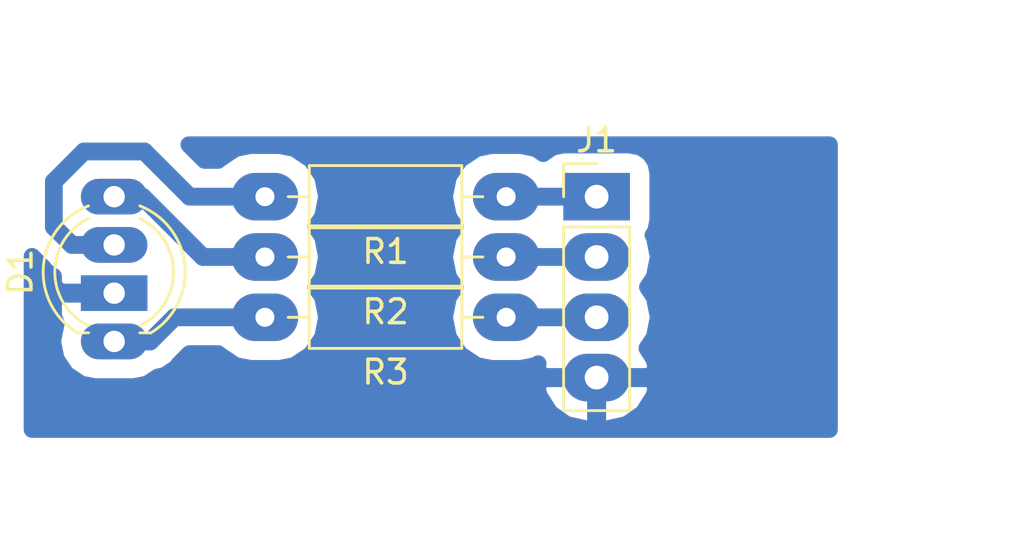
<source format=kicad_pcb>
(kicad_pcb (version 20171130) (host pcbnew 5.0.2+dfsg1-1)

  (general
    (thickness 1.6)
    (drawings 7)
    (tracks 17)
    (zones 0)
    (modules 5)
    (nets 8)
  )

  (page A4)
  (layers
    (0 F.Cu signal)
    (31 B.Cu signal)
    (32 B.Adhes user)
    (33 F.Adhes user)
    (34 B.Paste user)
    (35 F.Paste user)
    (36 B.SilkS user)
    (37 F.SilkS user)
    (38 B.Mask user)
    (39 F.Mask user)
    (40 Dwgs.User user)
    (41 Cmts.User user)
    (42 Eco1.User user)
    (43 Eco2.User user)
    (44 Edge.Cuts user)
    (45 Margin user)
    (46 B.CrtYd user)
    (47 F.CrtYd user)
    (48 B.Fab user)
    (49 F.Fab user)
  )

  (setup
    (last_trace_width 0.75)
    (trace_clearance 0.2)
    (zone_clearance 0.8)
    (zone_45_only no)
    (trace_min 0.2)
    (segment_width 0.2)
    (edge_width 0.15)
    (via_size 0.6)
    (via_drill 0.4)
    (via_min_size 0.4)
    (via_min_drill 0.3)
    (uvia_size 0.3)
    (uvia_drill 0.1)
    (uvias_allowed no)
    (uvia_min_size 0.2)
    (uvia_min_drill 0.1)
    (pcb_text_width 0.3)
    (pcb_text_size 1.5 1.5)
    (mod_edge_width 0.15)
    (mod_text_size 1 1)
    (mod_text_width 0.15)
    (pad_size 2.8 2)
    (pad_drill 0.8)
    (pad_to_mask_clearance 0.2)
    (solder_mask_min_width 0.25)
    (aux_axis_origin 19.05 31.75)
    (grid_origin 19.05 31.75)
    (visible_elements FFFFFF7F)
    (pcbplotparams
      (layerselection 0x00008_fffffffe)
      (usegerberextensions false)
      (usegerberattributes false)
      (usegerberadvancedattributes false)
      (creategerberjobfile false)
      (excludeedgelayer true)
      (linewidth 0.100000)
      (plotframeref false)
      (viasonmask false)
      (mode 1)
      (useauxorigin true)
      (hpglpennumber 1)
      (hpglpenspeed 20)
      (hpglpendiameter 15.000000)
      (psnegative false)
      (psa4output false)
      (plotreference false)
      (plotvalue false)
      (plotinvisibletext false)
      (padsonsilk false)
      (subtractmaskfromsilk false)
      (outputformat 1)
      (mirror false)
      (drillshape 0)
      (scaleselection 1)
      (outputdirectory ""))
  )

  (net 0 "")
  (net 1 "Net-(D1-Pad1)")
  (net 2 "Net-(D1-Pad2)")
  (net 3 "Net-(D1-Pad3)")
  (net 4 "Net-(D1-Pad4)")
  (net 5 "Net-(J1-Pad2)")
  (net 6 "Net-(J1-Pad1)")
  (net 7 "Net-(J1-Pad3)")

  (net_class Default "Dies ist die voreingestellte Netzklasse."
    (clearance 0.2)
    (trace_width 0.75)
    (via_dia 0.6)
    (via_drill 0.4)
    (uvia_dia 0.3)
    (uvia_drill 0.1)
    (add_net "Net-(D1-Pad1)")
    (add_net "Net-(D1-Pad2)")
    (add_net "Net-(D1-Pad3)")
    (add_net "Net-(D1-Pad4)")
    (add_net "Net-(J1-Pad1)")
    (add_net "Net-(J1-Pad2)")
    (add_net "Net-(J1-Pad3)")
  )

  (module Resistors_THT:R_Axial_DIN0207_L6.3mm_D2.5mm_P10.16mm_Horizontal (layer F.Cu) (tedit 58D0F23E) (tstamp 58B817DA)
    (at 39.37 24.13 180)
    (descr "Resistor, Axial_DIN0207 series, Axial, Horizontal, pin pitch=10.16mm, 0.25W = 1/4W, length*diameter=6.3*2.5mm^2, http://cdn-reichelt.de/documents/datenblatt/B400/1_4W%23YAG.pdf")
    (tags "Resistor Axial_DIN0207 series Axial Horizontal pin pitch 10.16mm 0.25W = 1/4W length 6.3mm diameter 2.5mm")
    (path /58B817C3)
    (fp_text reference R2 (at 5.08 -2.31 180) (layer F.SilkS)
      (effects (font (size 1 1) (thickness 0.15)))
    )
    (fp_text value 330 (at 5.08 2.31 180) (layer F.Fab)
      (effects (font (size 1 1) (thickness 0.15)))
    )
    (fp_line (start 1.93 -1.25) (end 1.93 1.25) (layer F.Fab) (width 0.1))
    (fp_line (start 1.93 1.25) (end 8.23 1.25) (layer F.Fab) (width 0.1))
    (fp_line (start 8.23 1.25) (end 8.23 -1.25) (layer F.Fab) (width 0.1))
    (fp_line (start 8.23 -1.25) (end 1.93 -1.25) (layer F.Fab) (width 0.1))
    (fp_line (start 0 0) (end 1.93 0) (layer F.Fab) (width 0.1))
    (fp_line (start 10.16 0) (end 8.23 0) (layer F.Fab) (width 0.1))
    (fp_line (start 1.87 -1.31) (end 1.87 1.31) (layer F.SilkS) (width 0.12))
    (fp_line (start 1.87 1.31) (end 8.29 1.31) (layer F.SilkS) (width 0.12))
    (fp_line (start 8.29 1.31) (end 8.29 -1.31) (layer F.SilkS) (width 0.12))
    (fp_line (start 8.29 -1.31) (end 1.87 -1.31) (layer F.SilkS) (width 0.12))
    (fp_line (start 0.98 0) (end 1.87 0) (layer F.SilkS) (width 0.12))
    (fp_line (start 9.18 0) (end 8.29 0) (layer F.SilkS) (width 0.12))
    (fp_line (start -1.05 -1.6) (end -1.05 1.6) (layer F.CrtYd) (width 0.05))
    (fp_line (start -1.05 1.6) (end 11.25 1.6) (layer F.CrtYd) (width 0.05))
    (fp_line (start 11.25 1.6) (end 11.25 -1.6) (layer F.CrtYd) (width 0.05))
    (fp_line (start 11.25 -1.6) (end -1.05 -1.6) (layer F.CrtYd) (width 0.05))
    (pad 1 thru_hole oval (at 0 0 180) (size 2.8 2) (drill 0.8) (layers *.Cu *.Mask)
      (net 5 "Net-(J1-Pad2)"))
    (pad 2 thru_hole oval (at 10.16 0 180) (size 2.8 2) (drill 0.8) (layers *.Cu *.Mask)
      (net 3 "Net-(D1-Pad3)"))
    (model Resistors_THT.3dshapes/R_Axial_DIN0207_L6.3mm_D2.5mm_P10.16mm_Horizontal.wrl
      (at (xyz 0 0 0))
      (scale (xyz 0.393701 0.393701 0.393701))
      (rotate (xyz 0 0 0))
    )
  )

  (module Pin_Headers:Pin_Header_Straight_1x04_Pitch2.54mm (layer F.Cu) (tedit 58D0F202) (tstamp 58BE8196)
    (at 43.18 21.59)
    (descr "Through hole straight pin header, 1x04, 2.54mm pitch, single row")
    (tags "Through hole pin header THT 1x04 2.54mm single row")
    (path /58B815B1)
    (fp_text reference J1 (at 0 -2.39) (layer F.SilkS)
      (effects (font (size 1 1) (thickness 0.15)))
    )
    (fp_text value CONN_01X04_FEMALE (at 0 10.01) (layer F.Fab)
      (effects (font (size 1 1) (thickness 0.15)))
    )
    (fp_line (start -1.27 -1.27) (end -1.27 8.89) (layer F.Fab) (width 0.1))
    (fp_line (start -1.27 8.89) (end 1.27 8.89) (layer F.Fab) (width 0.1))
    (fp_line (start 1.27 8.89) (end 1.27 -1.27) (layer F.Fab) (width 0.1))
    (fp_line (start 1.27 -1.27) (end -1.27 -1.27) (layer F.Fab) (width 0.1))
    (fp_line (start -1.39 1.27) (end -1.39 9.01) (layer F.SilkS) (width 0.12))
    (fp_line (start -1.39 9.01) (end 1.39 9.01) (layer F.SilkS) (width 0.12))
    (fp_line (start 1.39 9.01) (end 1.39 1.27) (layer F.SilkS) (width 0.12))
    (fp_line (start 1.39 1.27) (end -1.39 1.27) (layer F.SilkS) (width 0.12))
    (fp_line (start -1.39 0) (end -1.39 -1.39) (layer F.SilkS) (width 0.12))
    (fp_line (start -1.39 -1.39) (end 0 -1.39) (layer F.SilkS) (width 0.12))
    (fp_line (start -1.6 -1.6) (end -1.6 9.2) (layer F.CrtYd) (width 0.05))
    (fp_line (start -1.6 9.2) (end 1.6 9.2) (layer F.CrtYd) (width 0.05))
    (fp_line (start 1.6 9.2) (end 1.6 -1.6) (layer F.CrtYd) (width 0.05))
    (fp_line (start 1.6 -1.6) (end -1.6 -1.6) (layer F.CrtYd) (width 0.05))
    (pad 1 thru_hole rect (at 0 0) (size 2.8 2) (drill 1) (layers *.Cu *.Mask)
      (net 6 "Net-(J1-Pad1)"))
    (pad 2 thru_hole oval (at 0 2.54) (size 2.8 2) (drill 1) (layers *.Cu *.Mask)
      (net 5 "Net-(J1-Pad2)"))
    (pad 3 thru_hole oval (at 0 5.08) (size 2.8 2) (drill 1) (layers *.Cu *.Mask)
      (net 7 "Net-(J1-Pad3)"))
    (pad 4 thru_hole oval (at 0 7.62) (size 2.8 2) (drill 1) (layers *.Cu *.Mask)
      (net 1 "Net-(D1-Pad1)"))
    (model Pin_Headers.3dshapes/Pin_Header_Straight_1x04_Pitch2.54mm.wrl
      (offset (xyz 0 -3.809999942779541 0))
      (scale (xyz 1 1 1))
      (rotate (xyz 0 0 90))
    )
  )

  (module Resistors_THT:R_Axial_DIN0207_L6.3mm_D2.5mm_P10.16mm_Horizontal (layer F.Cu) (tedit 58D0F236) (tstamp 58BE819C)
    (at 39.37 21.59 180)
    (descr "Resistor, Axial_DIN0207 series, Axial, Horizontal, pin pitch=10.16mm, 0.25W = 1/4W, length*diameter=6.3*2.5mm^2, http://cdn-reichelt.de/documents/datenblatt/B400/1_4W%23YAG.pdf")
    (tags "Resistor Axial_DIN0207 series Axial Horizontal pin pitch 10.16mm 0.25W = 1/4W length 6.3mm diameter 2.5mm")
    (path /58B816FA)
    (fp_text reference R1 (at 5.08 -2.31 180) (layer F.SilkS)
      (effects (font (size 1 1) (thickness 0.15)))
    )
    (fp_text value 330 (at 5.08 2.31 180) (layer F.Fab)
      (effects (font (size 1 1) (thickness 0.15)))
    )
    (fp_line (start 1.93 -1.25) (end 1.93 1.25) (layer F.Fab) (width 0.1))
    (fp_line (start 1.93 1.25) (end 8.23 1.25) (layer F.Fab) (width 0.1))
    (fp_line (start 8.23 1.25) (end 8.23 -1.25) (layer F.Fab) (width 0.1))
    (fp_line (start 8.23 -1.25) (end 1.93 -1.25) (layer F.Fab) (width 0.1))
    (fp_line (start 0 0) (end 1.93 0) (layer F.Fab) (width 0.1))
    (fp_line (start 10.16 0) (end 8.23 0) (layer F.Fab) (width 0.1))
    (fp_line (start 1.87 -1.31) (end 1.87 1.31) (layer F.SilkS) (width 0.12))
    (fp_line (start 1.87 1.31) (end 8.29 1.31) (layer F.SilkS) (width 0.12))
    (fp_line (start 8.29 1.31) (end 8.29 -1.31) (layer F.SilkS) (width 0.12))
    (fp_line (start 8.29 -1.31) (end 1.87 -1.31) (layer F.SilkS) (width 0.12))
    (fp_line (start 0.98 0) (end 1.87 0) (layer F.SilkS) (width 0.12))
    (fp_line (start 9.18 0) (end 8.29 0) (layer F.SilkS) (width 0.12))
    (fp_line (start -1.05 -1.6) (end -1.05 1.6) (layer F.CrtYd) (width 0.05))
    (fp_line (start -1.05 1.6) (end 11.25 1.6) (layer F.CrtYd) (width 0.05))
    (fp_line (start 11.25 1.6) (end 11.25 -1.6) (layer F.CrtYd) (width 0.05))
    (fp_line (start 11.25 -1.6) (end -1.05 -1.6) (layer F.CrtYd) (width 0.05))
    (pad 1 thru_hole oval (at 0 0 180) (size 2.8 2) (drill 0.8) (layers *.Cu *.Mask)
      (net 6 "Net-(J1-Pad1)"))
    (pad 2 thru_hole oval (at 10.16 0 180) (size 2.8 2) (drill 0.8) (layers *.Cu *.Mask)
      (net 2 "Net-(D1-Pad2)"))
    (model Resistors_THT.3dshapes/R_Axial_DIN0207_L6.3mm_D2.5mm_P10.16mm_Horizontal.wrl
      (at (xyz 0 0 0))
      (scale (xyz 0.393701 0.393701 0.393701))
      (rotate (xyz 0 0 0))
    )
  )

  (module Resistors_THT:R_Axial_DIN0207_L6.3mm_D2.5mm_P10.16mm_Horizontal (layer F.Cu) (tedit 58D0F245) (tstamp 58BE81A2)
    (at 39.37 26.67 180)
    (descr "Resistor, Axial_DIN0207 series, Axial, Horizontal, pin pitch=10.16mm, 0.25W = 1/4W, length*diameter=6.3*2.5mm^2, http://cdn-reichelt.de/documents/datenblatt/B400/1_4W%23YAG.pdf")
    (tags "Resistor Axial_DIN0207 series Axial Horizontal pin pitch 10.16mm 0.25W = 1/4W length 6.3mm diameter 2.5mm")
    (path /58B8183E)
    (fp_text reference R3 (at 5.08 -2.31 180) (layer F.SilkS)
      (effects (font (size 1 1) (thickness 0.15)))
    )
    (fp_text value 330 (at 5.08 2.31 180) (layer F.Fab)
      (effects (font (size 1 1) (thickness 0.15)))
    )
    (fp_line (start 1.93 -1.25) (end 1.93 1.25) (layer F.Fab) (width 0.1))
    (fp_line (start 1.93 1.25) (end 8.23 1.25) (layer F.Fab) (width 0.1))
    (fp_line (start 8.23 1.25) (end 8.23 -1.25) (layer F.Fab) (width 0.1))
    (fp_line (start 8.23 -1.25) (end 1.93 -1.25) (layer F.Fab) (width 0.1))
    (fp_line (start 0 0) (end 1.93 0) (layer F.Fab) (width 0.1))
    (fp_line (start 10.16 0) (end 8.23 0) (layer F.Fab) (width 0.1))
    (fp_line (start 1.87 -1.31) (end 1.87 1.31) (layer F.SilkS) (width 0.12))
    (fp_line (start 1.87 1.31) (end 8.29 1.31) (layer F.SilkS) (width 0.12))
    (fp_line (start 8.29 1.31) (end 8.29 -1.31) (layer F.SilkS) (width 0.12))
    (fp_line (start 8.29 -1.31) (end 1.87 -1.31) (layer F.SilkS) (width 0.12))
    (fp_line (start 0.98 0) (end 1.87 0) (layer F.SilkS) (width 0.12))
    (fp_line (start 9.18 0) (end 8.29 0) (layer F.SilkS) (width 0.12))
    (fp_line (start -1.05 -1.6) (end -1.05 1.6) (layer F.CrtYd) (width 0.05))
    (fp_line (start -1.05 1.6) (end 11.25 1.6) (layer F.CrtYd) (width 0.05))
    (fp_line (start 11.25 1.6) (end 11.25 -1.6) (layer F.CrtYd) (width 0.05))
    (fp_line (start 11.25 -1.6) (end -1.05 -1.6) (layer F.CrtYd) (width 0.05))
    (pad 1 thru_hole oval (at 0 0 180) (size 2.8 2) (drill 0.8) (layers *.Cu *.Mask)
      (net 7 "Net-(J1-Pad3)"))
    (pad 2 thru_hole oval (at 10.16 0 180) (size 2.8 2) (drill 0.8) (layers *.Cu *.Mask)
      (net 4 "Net-(D1-Pad4)"))
    (model Resistors_THT.3dshapes/R_Axial_DIN0207_L6.3mm_D2.5mm_P10.16mm_Horizontal.wrl
      (at (xyz 0 0 0))
      (scale (xyz 0.393701 0.393701 0.393701))
      (rotate (xyz 0 0 0))
    )
  )

  (module rgb:LED_D5.0mm-4 (layer F.Cu) (tedit 58D0F9BC) (tstamp 58D0FC3D)
    (at 22.86 26.67 90)
    (descr "LED, diameter 5.0mm, 2 pins, diameter 5.0mm, 3 pins, diameter 5.0mm, 4 pins, http://www.kingbright.com/attachments/file/psearch/000/00/00/L-154A4SUREQBFZGEW(Ver.9A).pdf")
    (tags "LED diameter 5.0mm 2 pins diameter 5.0mm 3 pins diameter 5.0mm 4 pins")
    (path /58B81889)
    (fp_text reference D1 (at 1.905 -3.96 90) (layer F.SilkS)
      (effects (font (size 1 1) (thickness 0.15)))
    )
    (fp_text value LED_CRGB (at 1.905 3.96 90) (layer F.Fab)
      (effects (font (size 1 1) (thickness 0.15)))
    )
    (fp_arc (start 1.905 0) (end -0.595 -1.469694) (angle 299.1) (layer F.Fab) (width 0.1))
    (fp_arc (start 1.905 0) (end -0.655 -1.54483) (angle 127.7) (layer F.SilkS) (width 0.12))
    (fp_arc (start 1.905 0) (end -0.655 1.54483) (angle -127.7) (layer F.SilkS) (width 0.12))
    (fp_arc (start 1.905 0) (end -0.349684 -1.08) (angle 128.8) (layer F.SilkS) (width 0.12))
    (fp_arc (start 1.905 0) (end -0.349684 1.08) (angle -128.8) (layer F.SilkS) (width 0.12))
    (fp_circle (center 1.905 0) (end 4.405 0) (layer F.Fab) (width 0.1))
    (fp_line (start -0.595 -1.469694) (end -0.595 1.469694) (layer F.Fab) (width 0.1))
    (fp_line (start -0.655 -1.545) (end -0.655 -1.08) (layer F.SilkS) (width 0.12))
    (fp_line (start -0.655 1.08) (end -0.655 1.545) (layer F.SilkS) (width 0.12))
    (fp_line (start -1.35 -3.25) (end -1.35 3.25) (layer F.CrtYd) (width 0.05))
    (fp_line (start -1.35 3.25) (end 5.15 3.25) (layer F.CrtYd) (width 0.05))
    (fp_line (start 5.15 3.25) (end 5.15 -3.25) (layer F.CrtYd) (width 0.05))
    (fp_line (start 5.15 -3.25) (end -1.35 -3.25) (layer F.CrtYd) (width 0.05))
    (pad 1 thru_hole rect (at 1.016 0 90) (size 1.5 2.8) (drill 0.9) (layers *.Cu *.Mask)
      (net 1 "Net-(D1-Pad1)"))
    (pad 2 thru_hole oval (at 3.048 0 90) (size 1.5 2.8) (drill 0.9) (layers *.Cu *.Mask)
      (net 2 "Net-(D1-Pad2)"))
    (pad 3 thru_hole oval (at 5.08 0 90) (size 1.5 2.8) (drill 0.9) (layers *.Cu *.Mask)
      (net 3 "Net-(D1-Pad3)"))
    (pad 4 thru_hole oval (at -1.016 0 90) (size 1.5 2.8) (drill 0.9) (layers *.Cu *.Mask)
      (net 4 "Net-(D1-Pad4)"))
    (model LEDs.3dshapes/LED_D5.0mm-4.wrl
      (at (xyz 0 0 0))
      (scale (xyz 0.393701 0.393701 0.393701))
      (rotate (xyz 0 0 0))
    )
  )

  (dimension 34.29 (width 0.3) (layer F.Adhes)
    (gr_text "34,290 mm" (at 36.195 37.66) (layer F.Adhes)
      (effects (font (size 1.5 1.5) (thickness 0.3)))
    )
    (feature1 (pts (xy 53.34 34.29) (xy 53.34 36.146421)))
    (feature2 (pts (xy 19.05 34.29) (xy 19.05 36.146421)))
    (crossbar (pts (xy 19.05 35.56) (xy 53.34 35.56)))
    (arrow1a (pts (xy 53.34 35.56) (xy 52.213496 36.146421)))
    (arrow1b (pts (xy 53.34 35.56) (xy 52.213496 34.973579)))
    (arrow2a (pts (xy 19.05 35.56) (xy 20.176504 36.146421)))
    (arrow2b (pts (xy 19.05 35.56) (xy 20.176504 34.973579)))
  )
  (dimension 12.7 (width 0.3) (layer F.Adhes)
    (gr_text "12,700 mm" (at 59.25 25.4 270) (layer F.Adhes)
      (effects (font (size 1.5 1.5) (thickness 0.3)))
    )
    (feature1 (pts (xy 55.88 31.75) (xy 57.736421 31.75)))
    (feature2 (pts (xy 55.88 19.05) (xy 57.736421 19.05)))
    (crossbar (pts (xy 57.15 19.05) (xy 57.15 31.75)))
    (arrow1a (pts (xy 57.15 31.75) (xy 56.563579 30.623496)))
    (arrow1b (pts (xy 57.15 31.75) (xy 57.736421 30.623496)))
    (arrow2a (pts (xy 57.15 19.05) (xy 56.563579 20.176504)))
    (arrow2b (pts (xy 57.15 19.05) (xy 57.736421 20.176504)))
  )
  (gr_text GND (at 45.72 29.21) (layer F.Paste)
    (effects (font (size 1.8 1.8) (thickness 0.1)) (justify left))
  )
  (gr_text Blau (at 45.72 26.67) (layer F.Paste)
    (effects (font (size 1.8 1.8) (thickness 0.1)) (justify left))
  )
  (gr_text Grün (at 45.72 24.13) (layer F.Paste)
    (effects (font (size 1.8 1.8) (thickness 0.1)) (justify left))
  )
  (gr_text Rot (at 45.72 21.59) (layer F.Paste)
    (effects (font (size 1.8 1.8) (thickness 0.1)) (justify left))
  )
  (dimension 10.16 (width 0.3) (layer F.Adhes)
    (gr_text "10,160 mm" (at 52.07 15.16) (layer F.Adhes)
      (effects (font (size 1.5 1.5) (thickness 0.3)))
    )
    (feature1 (pts (xy 57.15 17.78) (xy 57.15 13.81)))
    (feature2 (pts (xy 46.99 17.78) (xy 46.99 13.81)))
    (crossbar (pts (xy 46.99 16.51) (xy 57.15 16.51)))
    (arrow1a (pts (xy 57.15 16.51) (xy 56.023496 17.096421)))
    (arrow1b (pts (xy 57.15 16.51) (xy 56.023496 15.923579)))
    (arrow2a (pts (xy 46.99 16.51) (xy 48.116504 17.096421)))
    (arrow2b (pts (xy 46.99 16.51) (xy 48.116504 15.923579)))
  )

  (segment (start 22.86 23.622) (end 21.082 23.622) (width 0.75) (layer B.Cu) (net 2))
  (segment (start 26.035 21.59) (end 29.21 21.59) (width 0.75) (layer B.Cu) (net 2) (tstamp 5BFB161C))
  (segment (start 24.13 19.685) (end 26.035 21.59) (width 0.75) (layer B.Cu) (net 2) (tstamp 5BFB1619))
  (segment (start 21.59 19.685) (end 24.13 19.685) (width 0.75) (layer B.Cu) (net 2) (tstamp 5BFB1617))
  (segment (start 20.32 20.955) (end 21.59 19.685) (width 0.75) (layer B.Cu) (net 2) (tstamp 5BFB1614))
  (segment (start 20.32 22.86) (end 20.32 20.955) (width 0.75) (layer B.Cu) (net 2) (tstamp 5BFB1613))
  (segment (start 21.082 23.622) (end 20.32 22.86) (width 0.75) (layer B.Cu) (net 2) (tstamp 5BFB1611))
  (segment (start 22.86 21.59) (end 24.056494 21.59) (width 0.75) (layer B.Cu) (net 3) (status 400030))
  (segment (start 24.056494 21.59) (end 26.596494 24.13) (width 0.75) (layer B.Cu) (net 3) (tstamp 5BFAF576) (status 10))
  (segment (start 26.596494 24.13) (end 29.21 24.13) (width 0.75) (layer B.Cu) (net 3) (tstamp 5BFAF583) (status 800000))
  (segment (start 22.86 21.59) (end 24.13 21.59) (width 0.5) (layer B.Cu) (net 3) (status 400030))
  (segment (start 29.21 26.67) (end 25.4 26.67) (width 0.75) (layer B.Cu) (net 4))
  (segment (start 24.384 27.686) (end 22.86 27.686) (width 0.75) (layer B.Cu) (net 4) (tstamp 58D0FC81) (status 20))
  (segment (start 25.4 26.67) (end 24.384 27.686) (width 0.75) (layer B.Cu) (net 4) (tstamp 58D0FC80))
  (segment (start 43.18 24.13) (end 39.37 24.13) (width 0.75) (layer B.Cu) (net 5) (status 10))
  (segment (start 39.37 21.59) (end 43.18 21.59) (width 0.75) (layer B.Cu) (net 6) (status 20))
  (segment (start 39.37 26.67) (end 43.18 26.67) (width 0.75) (layer B.Cu) (net 7) (status 20))

  (zone (net 1) (net_name "Net-(D1-Pad1)") (layer B.Cu) (tstamp 58BE82AA) (hatch edge 0.508)
    (connect_pads (clearance 0.8))
    (min_thickness 0.7)
    (fill yes (arc_segments 16) (thermal_gap 0.8) (thermal_bridge_width 0.8))
    (polygon
      (pts
        (xy 53.34 31.75) (xy 19.05 31.75) (xy 19.05 19.05) (xy 53.34 19.05)
      )
    )
    (filled_polygon
      (pts
        (xy 52.99 31.4) (xy 19.4 31.4) (xy 19.4 29.595628) (xy 40.664866 29.595628) (xy 40.774524 29.986576)
        (xy 41.224365 30.694925) (xy 41.911037 31.177207) (xy 42.73 31.36) (xy 43.13 31.36) (xy 43.13 29.26)
        (xy 43.23 29.26) (xy 43.23 31.36) (xy 43.63 31.36) (xy 44.448963 31.177207) (xy 45.135635 30.694925)
        (xy 45.585476 29.986576) (xy 45.695134 29.595628) (xy 45.441829 29.26) (xy 43.23 29.26) (xy 43.13 29.26)
        (xy 40.918171 29.26) (xy 40.664866 29.595628) (xy 19.4 29.595628) (xy 19.4 24.096675) (xy 19.897457 24.594132)
        (xy 19.982537 24.721463) (xy 20.109868 24.806543) (xy 20.31 24.940267) (xy 20.31 25.3165) (xy 20.5975 25.604)
        (xy 22.81 25.604) (xy 22.81 25.584) (xy 22.91 25.584) (xy 22.91 25.604) (xy 22.93 25.604)
        (xy 22.93 25.704) (xy 22.91 25.704) (xy 22.91 25.724) (xy 22.81 25.724) (xy 22.81 25.704)
        (xy 20.5975 25.704) (xy 20.31 25.9915) (xy 20.31 26.632749) (xy 20.431942 26.927142) (xy 20.420239 26.944657)
        (xy 20.272777 27.686) (xy 20.420239 28.427343) (xy 20.840176 29.055824) (xy 21.468657 29.475761) (xy 22.022867 29.586)
        (xy 23.697133 29.586) (xy 24.251343 29.475761) (xy 24.69565 29.178885) (xy 24.979025 29.122518) (xy 25.483463 28.785463)
        (xy 25.568542 28.658133) (xy 26.031676 28.195) (xy 27.24319 28.195) (xy 27.259937 28.220063) (xy 27.971112 28.695255)
        (xy 28.598248 28.82) (xy 29.821752 28.82) (xy 30.448888 28.695255) (xy 31.160063 28.220063) (xy 31.635255 27.508888)
        (xy 31.80212 26.67) (xy 31.635255 25.831112) (xy 31.347195 25.4) (xy 31.635255 24.968888) (xy 31.80212 24.13)
        (xy 31.635255 23.291112) (xy 31.347195 22.86) (xy 31.635255 22.428888) (xy 31.80212 21.59) (xy 36.77788 21.59)
        (xy 36.944745 22.428888) (xy 37.232805 22.86) (xy 36.944745 23.291112) (xy 36.77788 24.13) (xy 36.944745 24.968888)
        (xy 37.232805 25.4) (xy 36.944745 25.831112) (xy 36.77788 26.67) (xy 36.944745 27.508888) (xy 37.419937 28.220063)
        (xy 38.131112 28.695255) (xy 38.758248 28.82) (xy 39.981752 28.82) (xy 40.608888 28.695255) (xy 40.722347 28.619444)
        (xy 40.664866 28.824372) (xy 40.918171 29.16) (xy 43.13 29.16) (xy 43.13 29.14) (xy 43.23 29.14)
        (xy 43.23 29.16) (xy 45.441829 29.16) (xy 45.695134 28.824372) (xy 45.585476 28.433424) (xy 45.294087 27.974584)
        (xy 45.605255 27.508888) (xy 45.77212 26.67) (xy 45.605255 25.831112) (xy 45.317195 25.4) (xy 45.605255 24.968888)
        (xy 45.77212 24.13) (xy 45.605255 23.291112) (xy 45.54994 23.208327) (xy 45.663276 23.038707) (xy 45.752529 22.59)
        (xy 45.752529 20.59) (xy 45.663276 20.141293) (xy 45.409103 19.760897) (xy 45.028707 19.506724) (xy 44.58 19.417471)
        (xy 41.78 19.417471) (xy 41.331293 19.506724) (xy 40.950897 19.760897) (xy 40.935943 19.783277) (xy 40.608888 19.564745)
        (xy 39.981752 19.44) (xy 38.758248 19.44) (xy 38.131112 19.564745) (xy 37.419937 20.039937) (xy 36.944745 20.751112)
        (xy 36.77788 21.59) (xy 31.80212 21.59) (xy 31.635255 20.751112) (xy 31.160063 20.039937) (xy 30.448888 19.564745)
        (xy 29.821752 19.44) (xy 28.598248 19.44) (xy 27.971112 19.564745) (xy 27.259937 20.039937) (xy 27.24319 20.065)
        (xy 26.666676 20.065) (xy 26.001676 19.4) (xy 52.99 19.4)
      )
    )
  )
)

</source>
